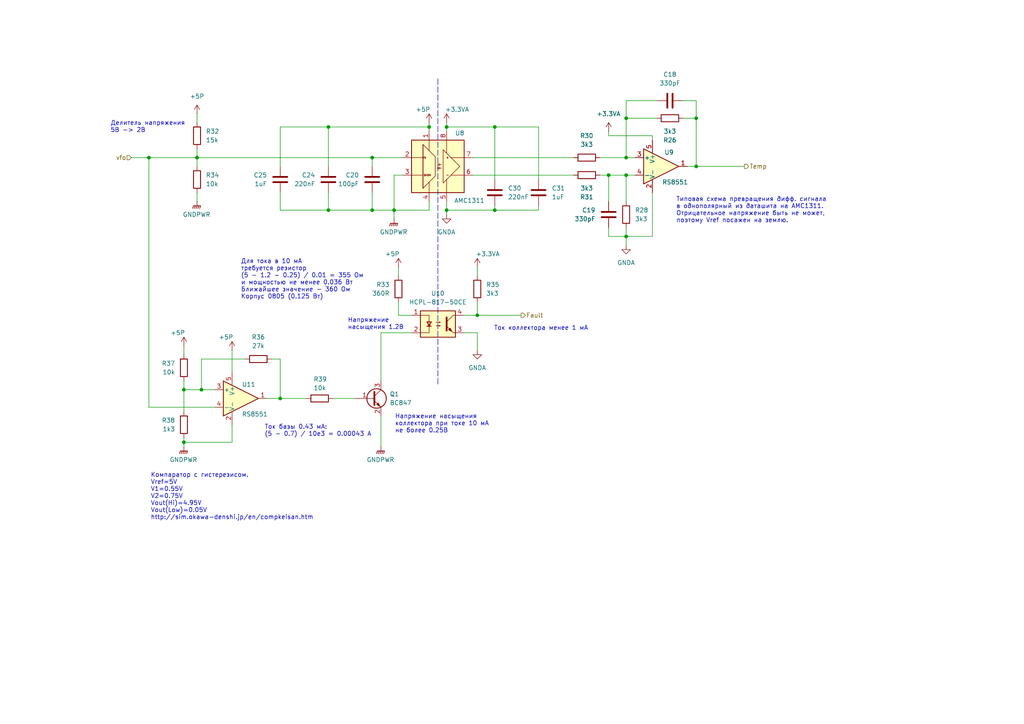
<source format=kicad_sch>
(kicad_sch (version 20231120) (generator "eeschema") (generator_version "8.0")
  (paper "A4")
  (lib_symbols
    (symbol "Device:C" (pin_numbers hide) (pin_names (offset 0.254))
      (property "Reference" "C" (at 0.635 2.54 0))
      (property "Value" "C" (at 0.635 -2.54 0))
      (symbol "C_0_1"
        (polyline (pts (xy -2.032 -0.762) (xy 2.032 -0.762)) (stroke (width 0.508)))
        (polyline (pts (xy -2.032 0.762) (xy 2.032 0.762)) (stroke (width 0.508)))
      )
      (symbol "C_1_1"
        (pin passive line (at 0 3.81 270) (length 2.794) (name "~") (number "1"))
        (pin passive line (at 0 -3.81 90) (length 2.794) (name "~") (number "2"))
      )
    )
    (symbol "Device:R" (pin_numbers hide) (pin_names (offset 0))
      (property "Reference" "R" (at 2.032 0 90))
      (property "Value" "R" (at 0 0 90))
      (symbol "R_0_1"
        (rectangle (start -1.016 -2.54) (end 1.016 2.54) (stroke (width 0.254)))
      )
      (symbol "R_1_1"
        (pin passive line (at 0 3.81 270) (length 1.27) (name "~") (number "1"))
        (pin passive line (at 0 -3.81 90) (length 1.27) (name "~") (number "2"))
      )
    )
    (symbol "Isolator:PC817" (pin_names (offset 1.016))
      (property "Reference" "U" (at -5.08 5.08 0))
      (property "Value" "PC817" (at 0 5.08 0))
      (symbol "PC817_0_1"
        (rectangle (start -5.08 3.81) (end 5.08 -3.81) (stroke (width 0.254)) (fill (type background)))
        (polyline (pts (xy -3.175 -0.635) (xy -1.905 -0.635)) (stroke (width 0.254)))
        (polyline (pts (xy 2.54 0.635) (xy 4.445 2.54)))
        (polyline (pts (xy 4.445 -2.54) (xy 2.54 -0.635)) (fill (type outline)))
        (polyline (pts (xy 4.445 -2.54) (xy 5.08 -2.54)))
        (polyline (pts (xy 4.445 2.54) (xy 5.08 2.54)))
        (polyline (pts (xy -5.08 2.54) (xy -2.54 2.54) (xy -2.54 -0.635)))
        (polyline (pts (xy -2.54 -0.635) (xy -2.54 -2.54) (xy -5.08 -2.54)))
        (polyline (pts (xy 2.54 1.905) (xy 2.54 -1.905) (xy 2.54 -1.905)) (stroke (width 0.508)))
        (polyline (pts (xy -2.54 -0.635) (xy -3.175 0.635) (xy -1.905 0.635) (xy -2.54 -0.635)) (stroke (width 0.254)))
        (polyline (pts (xy -0.508 -0.508) (xy 0.762 -0.508) (xy 0.381 -0.635) (xy 0.381 -0.381) (xy 0.762 -0.508)))
        (polyline (pts (xy -0.508 0.508) (xy 0.762 0.508) (xy 0.381 0.381) (xy 0.381 0.635) (xy 0.762 0.508)))
        (polyline (pts (xy 3.048 -1.651) (xy 3.556 -1.143) (xy 4.064 -2.159) (xy 3.048 -1.651) (xy 3.048 -1.651)) (fill (type outline)))
      )
      (symbol "PC817_1_1"
        (pin passive line (at -7.62 2.54 0) (length 2.54) (name "~") (number "1"))
        (pin passive line (at -7.62 -2.54 0) (length 2.54) (name "~") (number "2"))
        (pin passive line (at 7.62 -2.54 180) (length 2.54) (name "~") (number "3"))
        (pin passive line (at 7.62 2.54 180) (length 2.54) (name "~") (number "4"))
      )
    )
    (symbol "Transistor_BJT:BC847" (pin_names (offset 0) hide)
      (property "Reference" "Q" (at 5.08 1.905 0))
      (property "Value" "BC847" (at 5.08 0 0))
      (symbol "BC847_0_1"
        (polyline (pts (xy 0.635 0.635) (xy 2.54 2.54)))
        (polyline (pts (xy 0.635 -0.635) (xy 2.54 -2.54) (xy 2.54 -2.54)))
        (polyline (pts (xy 0.635 1.905) (xy 0.635 -1.905) (xy 0.635 -1.905)) (stroke (width 0.508)))
        (polyline (pts (xy 1.27 -1.778) (xy 1.778 -1.27) (xy 2.286 -2.286) (xy 1.27 -1.778) (xy 1.27 -1.778)) (fill (type outline)))
        (circle (center 1.27 0) (radius 2.8194) (stroke (width 0.254)))
      )
      (symbol "BC847_1_1"
        (pin input line (at -5.08 0 0) (length 5.715) (name "B") (number "1"))
        (pin passive line (at 2.54 -5.08 90) (length 2.54) (name "E") (number "2"))
        (pin passive line (at 2.54 5.08 270) (length 2.54) (name "C") (number "3"))
      )
    )
    (symbol "main:AMC1311" (pin_names (offset 0) hide)
      (property "Reference" "U" (at -5.08 10.795 0))
      (property "Value" "AMC1311" (at -5.08 8.89 0))
      (symbol "AMC1311_0_0"
        (polyline (pts (xy -7.62 -2.54) (xy -4.318 -2.54)))
        (text "IN" (at -3.81 2.54 0) (effects (font (size 0.508 0.508))))
        (text "SHDN" (at -3.048 -2.54 0) (effects (font (size 0.508 0.508))))
      )
      (symbol "AMC1311_0_1"
        (rectangle (start -7.62 7.62) (end 7.62 -7.62) (stroke (width 0.254)) (fill (type background)))
        (polyline (pts (xy -7.62 2.54) (xy -4.318 2.54)))
        (polyline (pts (xy -4.318 6.35) (xy -4.318 -6.35)))
        (polyline (pts (xy -2.54 -7.62) (xy -2.54 -4.572)))
        (polyline (pts (xy -2.54 7.62) (xy -2.54 4.572)))
        (polyline (pts (xy 0.254 -0.508) (xy -0.254 -0.508)))
        (polyline (pts (xy 0.254 -0.254) (xy 0.254 -0.762)))
        (polyline (pts (xy 0.254 0.508) (xy -0.254 0.508)))
        (polyline (pts (xy 0.254 0.762) (xy 0.254 0.254)))
        (polyline (pts (xy 0.508 -0.508) (xy 1.016 -0.508)))
        (polyline (pts (xy 0.508 -0.254) (xy 0.508 -0.762)))
        (polyline (pts (xy 0.508 0.508) (xy 1.016 0.508)))
        (polyline (pts (xy 0.508 0.762) (xy 0.508 0.254)))
        (polyline (pts (xy 2.54 -7.62) (xy 2.54 -3.81)))
        (polyline (pts (xy 2.54 7.62) (xy 2.54 3.81)))
        (polyline (pts (xy 2.794 2.794) (xy 2.794 2.286)))
        (polyline (pts (xy 3.048 -2.54) (xy 2.54 -2.54)))
        (polyline (pts (xy 3.048 2.54) (xy 2.54 2.54)))
        (polyline (pts (xy 7.62 -2.54) (xy 3.81 -2.54)))
        (polyline (pts (xy 7.62 2.54) (xy 3.81 2.54)))
        (polyline (pts (xy 6.35 0) (xy 1.524 -4.826) (xy 1.524 4.826) (xy 6.35 0)))
        (polyline (pts (xy -4.318 -6.35) (xy -0.762 -2.794) (xy -0.762 2.794) (xy -4.318 6.35) (xy -4.318 -6.35)))
      )
      (symbol "AMC1311_1_1"
        (pin power_in line (at -2.54 10.16 270) (length 2.54) (name "VDD1") (number "1"))
        (pin input line (at -10.16 2.54 0) (length 2.54) (name "IN") (number "2"))
        (pin input line (at -10.16 -2.54 0) (length 2.54) (name "IN-") (number "3"))
        (pin power_in line (at -2.54 -10.16 90) (length 2.54) (name "GND1") (number "4"))
        (pin power_in line (at 2.54 -10.16 90) (length 2.54) (name "GND2") (number "5"))
        (pin output line (at 10.16 -2.54 180) (length 2.54) (name "OUT-") (number "6"))
        (pin output line (at 10.16 2.54 180) (length 2.54) (name "OUT+") (number "7"))
        (pin power_in line (at 2.54 10.16 270) (length 2.54) (name "VDD2") (number "8"))
      )
    )
    (symbol "main:RS8551" (pin_names (offset 0.127))
      (property "Reference" "U" (at 0 5.08 0))
      (property "Value" "RS8551" (at 0 -5.08 0))
      (symbol "RS8551_0_1"
        (polyline (pts (xy -5.08 5.08) (xy 5.08 0) (xy -5.08 -5.08) (xy -5.08 5.08)) (stroke (width 0.254)) (fill (type background)))
        (pin power_in line (at -2.54 -7.62 90) (length 3.81) (name "V-") (number "2"))
        (pin power_in line (at -2.54 7.62 270) (length 3.81) (name "V+") (number "5"))
      )
      (symbol "RS8551_1_1"
        (pin output line (at 7.62 0 180) (length 2.54) (name "~") (number "1"))
        (pin input line (at -7.62 2.54 0) (length 2.54) (name "+") (number "3"))
        (pin input line (at -7.62 -2.54 0) (length 2.54) (name "-") (number "4"))
      )
    )
    (symbol "power:+3.3VA" (power) (pin_numbers hide) (pin_names (offset 0) hide)
      (property "Value" "+3.3VA" (at 0 3.556 0))
      (symbol "+3.3VA_0_1"
        (polyline (pts (xy -0.762 1.27) (xy 0 2.54)))
        (polyline (pts (xy 0 0) (xy 0 2.54)))
        (polyline (pts (xy 0 2.54) (xy 0.762 1.27)))
      )
      (symbol "+3.3VA_1_1"
        (pin power_in line (at 0 0 90) (length 0) (name "~") (number "1"))
      )
    )
    (symbol "power:+5P" (power) (pin_numbers hide) (pin_names (offset 0) hide)
      (property "Value" "+5P" (at 0 3.556 0))
      (symbol "+5P_0_1"
        (polyline (pts (xy -0.762 1.27) (xy 0 2.54)))
        (polyline (pts (xy 0 0) (xy 0 2.54)))
        (polyline (pts (xy 0 2.54) (xy 0.762 1.27)))
      )
      (symbol "+5P_1_1"
        (pin power_in line (at 0 0 90) (length 0) (name "~") (number "1"))
      )
    )
    (symbol "power:GNDA" (power) (pin_numbers hide) (pin_names (offset 0) hide)
      (property "Value" "GNDA" (at 0 -3.81 0))
      (symbol "GNDA_0_1"
        (polyline (pts (xy 0 0) (xy 0 -1.27) (xy 1.27 -1.27) (xy 0 -2.54) (xy -1.27 -1.27) (xy 0 -1.27)))
      )
      (symbol "GNDA_1_1"
        (pin power_in line (at 0 0 270) (length 0) (name "~") (number "1"))
      )
    )
    (symbol "power:GNDPWR" (power) (pin_numbers hide) (pin_names (offset 0) hide)
      (property "Value" "GNDPWR" (at 0 -3.302 0))
      (symbol "GNDPWR_0_1"
        (polyline (pts (xy 0 -1.27) (xy 0 0)))
        (polyline (pts (xy -1.016 -1.27) (xy -1.27 -2.032) (xy -1.27 -2.032)) (stroke (width 0.2032)))
        (polyline (pts (xy -0.508 -1.27) (xy -0.762 -2.032) (xy -0.762 -2.032)) (stroke (width 0.2032)))
        (polyline (pts (xy 0 -1.27) (xy -0.254 -2.032) (xy -0.254 -2.032)) (stroke (width 0.2032)))
        (polyline (pts (xy 0.508 -1.27) (xy 0.254 -2.032) (xy 0.254 -2.032)) (stroke (width 0.2032)))
        (polyline (pts (xy 1.016 -1.27) (xy -1.016 -1.27) (xy -1.016 -1.27)) (stroke (width 0.2032)))
        (polyline (pts (xy 1.016 -1.27) (xy 0.762 -2.032) (xy 0.762 -2.032) (xy 0.762 -2.032)) (stroke (width 0.2032)))
      )
      (symbol "GNDPWR_1_1"
        (pin power_in line (at 0 0 270) (length 0) (name "~") (number "1"))
      )
    )
  )
  (junction (at 43.18 45.72))
  (junction (at 143.51 60.96))
  (junction (at 57.15 45.72))
  (junction (at 58.42 113.03))
  (junction (at 124.46 36.83))
  (junction (at 129.54 36.83))
  (junction (at 176.53 50.8))
  (junction (at 201.93 48.26))
  (junction (at 201.93 34.29))
  (junction (at 114.3 60.96))
  (junction (at 95.25 60.96))
  (junction (at 143.51 36.83))
  (junction (at 181.61 68.58))
  (junction (at 81.28 115.57))
  (junction (at 95.25 36.83))
  (junction (at 107.95 60.96))
  (junction (at 129.54 60.96))
  (junction (at 53.34 128.27))
  (junction (at 181.61 34.29))
  (junction (at 53.34 113.03))
  (junction (at 181.61 45.72))
  (junction (at 138.43 91.44))
  (junction (at 107.95 45.72))
  (junction (at 181.61 50.8))
  (wire (pts (xy 138.43 91.44) (xy 151.13 91.44)))
  (wire (pts (xy 119.38 91.44) (xy 115.57 91.44)))
  (wire (pts (xy 124.46 35.56) (xy 124.46 36.83)))
  (wire (pts (xy 53.34 113.03) (xy 53.34 119.38)))
  (wire (pts (xy 114.3 60.96) (xy 114.3 63.5)))
  (wire (pts (xy 143.51 60.96) (xy 129.54 60.96)))
  (wire (pts (xy 176.53 38.1) (xy 176.53 39.37)))
  (wire (pts (xy 81.28 55.88) (xy 81.28 60.96)))
  (wire (pts (xy 53.34 127) (xy 53.34 128.27)))
  (wire (pts (xy 143.51 36.83) (xy 129.54 36.83)))
  (wire (pts (xy 53.34 110.49) (xy 53.34 113.03)))
  (wire (pts (xy 81.28 60.96) (xy 95.25 60.96)))
  (wire (pts (xy 110.49 96.52) (xy 119.38 96.52)))
  (wire (pts (xy 67.31 128.27) (xy 53.34 128.27)))
  (wire (pts (xy 138.43 96.52) (xy 138.43 101.6)))
  (wire (pts (xy 67.31 101.6) (xy 67.31 107.95)))
  (wire (pts (xy 176.53 68.58) (xy 181.61 68.58)))
  (wire (pts (xy 156.21 59.69) (xy 156.21 60.96)))
  (wire (pts (xy 38.1 45.72) (xy 43.18 45.72)))
  (wire (pts (xy 156.21 36.83) (xy 143.51 36.83)))
  (polyline (pts (xy 127 22.86) (xy 127 111.76)) (stroke (width 0) (type dash)))
  (wire (pts (xy 115.57 77.47) (xy 115.57 80.01)))
  (wire (pts (xy 110.49 96.52) (xy 110.49 110.49)))
  (wire (pts (xy 58.42 104.14) (xy 58.42 113.03)))
  (wire (pts (xy 181.61 66.04) (xy 181.61 68.58)))
  (wire (pts (xy 138.43 77.47) (xy 138.43 80.01)))
  (wire (pts (xy 57.15 55.88) (xy 57.15 58.42)))
  (wire (pts (xy 115.57 91.44) (xy 115.57 87.63)))
  (wire (pts (xy 53.34 100.33) (xy 53.34 102.87)))
  (wire (pts (xy 181.61 50.8) (xy 181.61 58.42)))
  (wire (pts (xy 95.25 36.83) (xy 124.46 36.83)))
  (wire (pts (xy 57.15 45.72) (xy 107.95 45.72)))
  (wire (pts (xy 189.23 39.37) (xy 176.53 39.37)))
  (wire (pts (xy 138.43 87.63) (xy 138.43 91.44)))
  (wire (pts (xy 107.95 55.88) (xy 107.95 60.96)))
  (wire (pts (xy 189.23 55.88) (xy 189.23 68.58)))
  (wire (pts (xy 67.31 123.19) (xy 67.31 128.27)))
  (wire (pts (xy 81.28 104.14) (xy 81.28 115.57)))
  (wire (pts (xy 198.12 29.21) (xy 201.93 29.21)))
  (wire (pts (xy 53.34 128.27) (xy 53.34 129.54)))
  (wire (pts (xy 116.84 45.72) (xy 107.95 45.72)))
  (wire (pts (xy 173.99 45.72) (xy 181.61 45.72)))
  (wire (pts (xy 114.3 50.8) (xy 116.84 50.8)))
  (wire (pts (xy 134.62 96.52) (xy 138.43 96.52)))
  (wire (pts (xy 78.74 104.14) (xy 81.28 104.14)))
  (wire (pts (xy 176.53 66.04) (xy 176.53 68.58)))
  (wire (pts (xy 143.51 59.69) (xy 143.51 60.96)))
  (wire (pts (xy 198.12 34.29) (xy 201.93 34.29)))
  (wire (pts (xy 43.18 45.72) (xy 43.18 118.11)))
  (wire (pts (xy 137.16 50.8) (xy 166.37 50.8)))
  (wire (pts (xy 156.21 52.07) (xy 156.21 36.83)))
  (wire (pts (xy 181.61 68.58) (xy 181.61 71.12)))
  (wire (pts (xy 173.99 50.8) (xy 176.53 50.8)))
  (wire (pts (xy 57.15 45.72) (xy 57.15 48.26)))
  (wire (pts (xy 189.23 40.64) (xy 189.23 39.37)))
  (wire (pts (xy 81.28 36.83) (xy 95.25 36.83)))
  (wire (pts (xy 129.54 58.42) (xy 129.54 60.96)))
  (wire (pts (xy 129.54 36.83) (xy 129.54 38.1)))
  (wire (pts (xy 201.93 48.26) (xy 215.9 48.26)))
  (wire (pts (xy 176.53 50.8) (xy 181.61 50.8)))
  (wire (pts (xy 107.95 45.72) (xy 107.95 48.26)))
  (wire (pts (xy 137.16 45.72) (xy 166.37 45.72)))
  (wire (pts (xy 53.34 113.03) (xy 58.42 113.03)))
  (wire (pts (xy 190.5 29.21) (xy 181.61 29.21)))
  (wire (pts (xy 143.51 52.07) (xy 143.51 36.83)))
  (wire (pts (xy 124.46 36.83) (xy 124.46 38.1)))
  (wire (pts (xy 110.49 120.65) (xy 110.49 129.54)))
  (wire (pts (xy 181.61 29.21) (xy 181.61 34.29)))
  (wire (pts (xy 124.46 60.96) (xy 114.3 60.96)))
  (wire (pts (xy 201.93 34.29) (xy 201.93 48.26)))
  (wire (pts (xy 107.95 60.96) (xy 114.3 60.96)))
  (wire (pts (xy 129.54 35.56) (xy 129.54 36.83)))
  (wire (pts (xy 81.28 115.57) (xy 88.9 115.57)))
  (wire (pts (xy 199.39 48.26) (xy 201.93 48.26)))
  (wire (pts (xy 43.18 118.11) (xy 62.23 118.11)))
  (wire (pts (xy 77.47 115.57) (xy 81.28 115.57)))
  (wire (pts (xy 184.15 45.72) (xy 181.61 45.72)))
  (wire (pts (xy 189.23 68.58) (xy 181.61 68.58)))
  (wire (pts (xy 95.25 55.88) (xy 95.25 60.96)))
  (wire (pts (xy 43.18 45.72) (xy 57.15 45.72)))
  (wire (pts (xy 181.61 34.29) (xy 181.61 45.72)))
  (wire (pts (xy 57.15 43.18) (xy 57.15 45.72)))
  (wire (pts (xy 95.25 48.26) (xy 95.25 36.83)))
  (wire (pts (xy 81.28 48.26) (xy 81.28 36.83)))
  (wire (pts (xy 58.42 113.03) (xy 62.23 113.03)))
  (wire (pts (xy 176.53 50.8) (xy 176.53 58.42)))
  (wire (pts (xy 71.12 104.14) (xy 58.42 104.14)))
  (wire (pts (xy 57.15 33.02) (xy 57.15 35.56)))
  (wire (pts (xy 95.25 60.96) (xy 107.95 60.96)))
  (wire (pts (xy 184.15 50.8) (xy 181.61 50.8)))
  (wire (pts (xy 129.54 60.96) (xy 129.54 62.23)))
  (wire (pts (xy 181.61 34.29) (xy 190.5 34.29)))
  (wire (pts (xy 124.46 58.42) (xy 124.46 60.96)))
  (wire (pts (xy 138.43 91.44) (xy 134.62 91.44)))
  (wire (pts (xy 201.93 29.21) (xy 201.93 34.29)))
  (wire (pts (xy 114.3 60.96) (xy 114.3 50.8)))
  (wire (pts (xy 96.52 115.57) (xy 102.87 115.57)))
  (wire (pts (xy 143.51 60.96) (xy 156.21 60.96)))
  (text "Ток базы 0.43 мА:\n(5 - 0.7) / 10e3 = 0.00043 A" (at 76.708 124.968 0) (effects (font (size 1.27 1.27)) (justify left)))
  (text "Компаратор с гистерезисом.\nVref=5V\nV1=0.55V\nV2=0.75V\nVout(Hi)=4.95V\nVout(Low)=0.05V\nhttp://sim.okawa-denshi.jp/en/compkeisan.htm" (at 43.688 144.018 0) (effects (font (size 1.27 1.27)) (justify left)))
  (text "Типовая схема превращения дифф. сигнала\nв однополярный из даташита на AMC1311.\nОтрицательное напряжение быть не может,\nпоэтому Vref посажен на землю." (at 196.088 60.96 0) (effects (font (size 1.27 1.27)) (justify left)))
  (text "Для тока в 10 мА\nтребуется резистор\n(5 - 1.2 - 0.25) / 0.01 = 355 Ом\nи мощностью не менее 0.036 Вт\nБлижайшее значение - 360 Ом\nКорпус 0805 (0.125 Вт)" (at 69.85 81.026 0) (effects (font (size 1.27 1.27)) (justify left)))
  (text "Делитель напряжения\n5В -> 2В" (at 32.004 36.83 0) (effects (font (size 1.27 1.27)) (justify left)))
  (text "Ток коллектора менее 1 мА" (at 143.256 95.25 0) (effects (font (size 1.27 1.27)) (justify left)))
  (text "Напряжение\nнасыщения 1.2В" (at 100.838 93.98 0) (effects (font (size 1.27 1.27)) (justify left)))
  (text "Напряжение насыщения\nколлектора при токе 10 мА\nне более 0.25В" (at 114.554 122.936 0) (effects (font (size 1.27 1.27)) (justify left)))
  (hierarchical_label "Temp" (shape output) (at 215.9 48.26 0))
  (hierarchical_label "vfo" (shape input) (at 38.1 45.72 180))
  (hierarchical_label "Fault" (shape output) (at 151.13 91.44 0))
  (symbol (lib_id "power:+3.3VA") (at 176.53 38.1 0) (unit 1)
    (property "Reference" "#PWR15" (effects (hide yes)))
    (property "Value" "+3.3VA" (at 176.53 33.02 0))
    (property "Description" "Power symbol creates a global label with name \"+3.3VA\"" (effects (hide yes)))
  )
  (symbol (lib_id "Device:C") (at 143.51 55.88 0) (unit 1)
    (property "Reference" "C30" (at 147.32 54.6099 0) (effects (justify left)))
    (property "Value" "220nF" (at 147.32 57.1499 0) (effects (justify left)))
    (property "Footprint" "Capacitor_SMD:C_0805_2012Metric" (effects (hide yes)))
    (property "Description" "Unpolarized capacitor" (effects (hide yes)))
  )
  (symbol (lib_id "power:GNDPWR") (at 110.49 129.54 0) (unit 1)
    (property "Reference" "#PWR27" (effects (hide yes)))
    (property "Value" "GNDPWR" (at 110.363 133.35 0))
    (property "Description" "Power symbol creates a global label with name \"GNDPWR\" , global ground" (effects (hide yes)))
  )
  (symbol (lib_id "Device:R") (at 92.71 115.57 90) (mirror x) (unit 1)
    (property "Reference" "R39" (at 90.932 109.982 90) (effects (justify right)))
    (property "Value" "10k" (at 90.932 112.522 90) (effects (justify right)))
    (property "Footprint" "Resistor_SMD:R_0805_2012Metric" (effects (hide yes)))
    (property "Description" "Resistor" (effects (hide yes)))
  )
  (symbol (lib_id "Device:R") (at 194.31 34.29 90) (mirror x) (unit 1)
    (property "Reference" "R26" (at 194.31 40.64 90))
    (property "Value" "3k3" (at 194.31 38.1 90))
    (property "Footprint" "Resistor_SMD:R_0805_2012Metric" (effects (hide yes)))
    (property "Description" "Resistor" (effects (hide yes)))
  )
  (symbol (lib_id "main:RS8551") (at 69.85 115.57 0) (unit 1)
    (property "Reference" "U11" (at 72.136 111.506 0))
    (property "Value" "RS8551" (at 73.914 120.142 0))
    (property "Footprint" "Package_TO_SOT_SMD:TSOT-23-5" (effects (hide yes)))
    (property "Datasheet" "https://www.run-ic.com/en/details/9/11.html" (effects (hide yes)))
    (property "Description" "The RS8551,RS8552,RS8554,RS8553(dual version &shutdown)series of CMOS operational amplifiers use auto-zero techniques to simultaneously provide very low offset voltage (5μV max) and near-zero drift over time and temperature. This family of amplifiers has ultralow noise, offset and power." (effects (hide yes)))
  )
  (symbol (lib_id "Device:R") (at 57.15 52.07 180) (unit 1)
    (property "Reference" "R34" (at 59.69 50.7999 0) (effects (justify right)))
    (property "Value" "10k" (at 59.69 53.3399 0) (effects (justify right)))
    (property "Footprint" "Resistor_SMD:R_0805_2012Metric" (effects (hide yes)))
    (property "Description" "Resistor" (effects (hide yes)))
  )
  (symbol (lib_id "power:GNDA") (at 181.61 71.12 0) (unit 1)
    (property "Reference" "#PWR16" (effects (hide yes)))
    (property "Value" "GNDA" (at 181.61 76.2 0))
    (property "Description" "Power symbol creates a global label with name \"GNDA\" , analog ground" (effects (hide yes)))
  )
  (symbol (lib_id "power:GNDA") (at 138.43 101.6 0) (unit 1)
    (property "Reference" "#PWR24" (effects (hide yes)))
    (property "Value" "GNDA" (at 138.43 106.68 0))
    (property "Description" "Power symbol creates a global label with name \"GNDA\" , analog ground" (effects (hide yes)))
  )
  (symbol (lib_id "main:RS8551") (at 191.77 48.26 0) (unit 1)
    (property "Reference" "U9" (at 194.056 44.196 0))
    (property "Value" "RS8551" (at 195.834 52.832 0))
    (property "Footprint" "Package_TO_SOT_SMD:TSOT-23-5" (effects (hide yes)))
    (property "Datasheet" "https://www.run-ic.com/en/details/9/11.html" (effects (hide yes)))
    (property "Description" "The RS8551,RS8552,RS8554,RS8553(dual version &shutdown)series of CMOS operational amplifiers use auto-zero techniques to simultaneously provide very low offset voltage (5μV max) and near-zero drift over time and temperature. This family of amplifiers has ultralow noise, offset and power." (effects (hide yes)))
  )
  (symbol (lib_id "Device:R") (at 170.18 50.8 270) (mirror x) (unit 1)
    (property "Reference" "R31" (at 170.18 57.15 90))
    (property "Value" "3k3" (at 170.18 54.61 90))
    (property "Footprint" "Resistor_SMD:R_0805_2012Metric" (effects (hide yes)))
    (property "Description" "Resistor" (effects (hide yes)))
  )
  (symbol (lib_id "Isolator:PC817") (at 127 93.98 0) (unit 1)
    (property "Reference" "U10" (at 127 85.09 0))
    (property "Value" "HCPL-817-50CE" (at 127 87.63 0))
    (property "Footprint" "Package_DIP:SMDIP-4_W7.62mm" (effects (hide yes)))
    (property "Datasheet" "https://doc.platan.ru/pdf/datasheets/broadcom_avago/HCPL-817.pdf" (effects (hide yes)))
    (property "Description" "DC Optocoupler, Vce 70V, CTR 200-400%, SMDIP-4" (effects (hide yes)))
  )
  (symbol (lib_id "Device:R") (at 53.34 106.68 0) (mirror x) (unit 1)
    (property "Reference" "R37" (at 50.8 105.4099 0) (effects (justify right)))
    (property "Value" "10k" (at 50.8 107.9499 0) (effects (justify right)))
    (property "Footprint" "Resistor_SMD:R_0805_2012Metric" (effects (hide yes)))
    (property "Description" "Resistor" (effects (hide yes)))
  )
  (symbol (lib_id "Device:R") (at 57.15 39.37 180) (unit 1)
    (property "Reference" "R32" (at 59.69 38.0999 0) (effects (justify right)))
    (property "Value" "15k" (at 59.69 40.6399 0) (effects (justify right)))
    (property "Footprint" "Resistor_SMD:R_0805_2012Metric" (effects (hide yes)))
    (property "Description" "Resistor" (effects (hide yes)))
  )
  (symbol (lib_id "Device:C") (at 95.25 52.07 0) (mirror y) (unit 1)
    (property "Reference" "C24" (at 91.44 50.7999 0) (effects (justify left)))
    (property "Value" "220nF" (at 91.44 53.3399 0) (effects (justify left)))
    (property "Footprint" "Capacitor_SMD:C_0805_2012Metric" (effects (hide yes)))
    (property "Description" "Unpolarized capacitor" (effects (hide yes)))
  )
  (symbol (lib_id "Device:C") (at 107.95 52.07 0) (mirror x) (unit 1)
    (property "Reference" "C20" (at 104.14 50.7999 0) (effects (justify right)))
    (property "Value" "100pF" (at 104.14 53.3399 0) (effects (justify right)))
    (property "Footprint" "Capacitor_SMD:C_0805_2012Metric" (effects (hide yes)))
    (property "Description" "Unpolarized capacitor" (effects (hide yes)))
  )
  (symbol (lib_id "power:GNDA") (at 129.54 62.23 0) (unit 1)
    (property "Reference" "#PWR13" (effects (hide yes)))
    (property "Value" "GNDA" (at 129.54 67.31 0))
    (property "Description" "Power symbol creates a global label with name \"GNDA\" , analog ground" (effects (hide yes)))
  )
  (symbol (lib_id "Device:C") (at 176.53 62.23 0) (mirror x) (unit 1)
    (property "Reference" "C19" (at 172.72 60.9599 0) (effects (justify right)))
    (property "Value" "330pF" (at 172.72 63.4999 0) (effects (justify right)))
    (property "Footprint" "Capacitor_SMD:C_0805_2012Metric" (effects (hide yes)))
    (property "Description" "Unpolarized capacitor" (effects (hide yes)))
  )
  (symbol (lib_id "power:GNDPWR") (at 57.15 58.42 0) (unit 1)
    (property "Reference" "#PWR18" (effects (hide yes)))
    (property "Value" "GNDPWR" (at 57.023 62.23 0))
    (property "Description" "Power symbol creates a global label with name \"GNDPWR\" , global ground" (effects (hide yes)))
  )
  (symbol (lib_id "power:GNDPWR") (at 114.3 63.5 0) (unit 1)
    (property "Reference" "#PWR17" (effects (hide yes)))
    (property "Value" "GNDPWR" (at 114.173 67.31 0))
    (property "Description" "Power symbol creates a global label with name \"GNDPWR\" , global ground" (effects (hide yes)))
  )
  (symbol (lib_id "Device:R") (at 170.18 45.72 90) (unit 1)
    (property "Reference" "R30" (at 170.18 39.37 90))
    (property "Value" "3k3" (at 170.18 41.91 90))
    (property "Footprint" "Resistor_SMD:R_0805_2012Metric" (effects (hide yes)))
    (property "Description" "Resistor" (effects (hide yes)))
  )
  (symbol (lib_id "Device:R") (at 138.43 83.82 180) (unit 1)
    (property "Reference" "R35" (at 140.97 82.5499 0) (effects (justify right)))
    (property "Value" "3k3" (at 140.97 85.0899 0) (effects (justify right)))
    (property "Footprint" "Resistor_SMD:R_0805_2012Metric" (effects (hide yes)))
    (property "Description" "Resistor" (effects (hide yes)))
  )
  (symbol (lib_id "power:GNDPWR") (at 53.34 129.54 0) (unit 1)
    (property "Reference" "#PWR26" (effects (hide yes)))
    (property "Value" "GNDPWR" (at 53.213 133.35 0))
    (property "Description" "Power symbol creates a global label with name \"GNDPWR\" , global ground" (effects (hide yes)))
  )
  (symbol (lib_id "power:+5P") (at 57.15 33.02 0) (unit 1)
    (property "Reference" "#PWR19" (effects (hide yes)))
    (property "Value" "+5P" (at 57.15 27.94 0))
    (property "Description" "Power symbol creates a global label with name \"+5P\"" (effects (hide yes)))
  )
  (symbol (lib_id "power:+5P") (at 67.31 101.6 0) (unit 1)
    (property "Reference" "#PWR25" (effects (hide yes)))
    (property "Value" "+5P" (at 65.532 97.79 0))
    (property "Description" "Power symbol creates a global label with name \"+5P\"" (effects (hide yes)))
  )
  (symbol (lib_id "power:+5P") (at 53.34 100.33 0) (unit 1)
    (property "Reference" "#PWR23" (effects (hide yes)))
    (property "Value" "+5P" (at 51.562 96.52 0))
    (property "Description" "Power symbol creates a global label with name \"+5P\"" (effects (hide yes)))
  )
  (symbol (lib_id "Device:R") (at 181.61 62.23 180) (unit 1)
    (property "Reference" "R28" (at 184.15 60.9599 0) (effects (justify right)))
    (property "Value" "3k3" (at 184.15 63.4999 0) (effects (justify right)))
    (property "Footprint" "Resistor_SMD:R_0805_2012Metric" (effects (hide yes)))
    (property "Description" "Resistor" (effects (hide yes)))
  )
  (symbol (lib_id "power:+3.3VA") (at 138.43 77.47 0) (unit 1)
    (property "Reference" "#PWR22" (effects (hide yes)))
    (property "Value" "+3.3VA" (at 141.478 73.66 0))
    (property "Description" "Power symbol creates a global label with name \"+3.3VA\"" (effects (hide yes)))
  )
  (symbol (lib_id "power:+5P") (at 124.46 35.56 0) (unit 1)
    (property "Reference" "#PWR20" (effects (hide yes)))
    (property "Value" "+5P" (at 122.682 31.75 0))
    (property "Description" "Power symbol creates a global label with name \"+5P\"" (effects (hide yes)))
  )
  (symbol (lib_id "Device:C") (at 156.21 55.88 0) (unit 1)
    (property "Reference" "C31" (at 160.02 54.6099 0) (effects (justify left)))
    (property "Value" "1uF" (at 160.02 57.1499 0) (effects (justify left)))
    (property "Footprint" "Capacitor_SMD:C_0805_2012Metric" (effects (hide yes)))
    (property "Description" "Unpolarized capacitor" (effects (hide yes)))
  )
  (symbol (lib_id "main:AMC1311") (at 127 48.26 0) (unit 1)
    (property "Reference" "U8" (at 133.35 38.608 0))
    (property "Value" "AMC1311" (at 136.144 58.166 0))
    (property "Footprint" "Package_SO:SOIC-8_7.5x5.85mm_P1.27mm" (effects (hide yes)))
    (property "Datasheet" "https://cdn.promelec.ru/upload/items/2023/10/17/amc1311.pdf" (effects (hide yes)))
    (property "Description" "The AMC1311 is a precision, isolated amplifier with an output separated from the input circuitry by a capacitive isolation barrier that is highly resistant to magnetic interference." (effects (hide yes)))
  )
  (symbol (lib_id "power:+3.3VA") (at 129.54 35.56 0) (unit 1)
    (property "Reference" "#PWR14" (effects (hide yes)))
    (property "Value" "+3.3VA" (at 132.588 31.75 0))
    (property "Description" "Power symbol creates a global label with name \"+3.3VA\"" (effects (hide yes)))
  )
  (symbol (lib_id "Device:C") (at 81.28 52.07 0) (mirror y) (unit 1)
    (property "Reference" "C25" (at 77.47 50.7999 0) (effects (justify left)))
    (property "Value" "1uF" (at 77.47 53.3399 0) (effects (justify left)))
    (property "Footprint" "Capacitor_SMD:C_0805_2012Metric" (effects (hide yes)))
    (property "Description" "Unpolarized capacitor" (effects (hide yes)))
  )
  (symbol (lib_id "Transistor_BJT:BC847") (at 107.95 115.57 0) (unit 1)
    (property "Reference" "Q1" (at 113.03 114.2999 0) (effects (justify left)))
    (property "Value" "BC847" (at 113.03 116.8399 0) (effects (justify left)))
    (property "Footprint" "Package_TO_SOT_SMD:SOT-23" (effects (hide yes)))
    (property "Datasheet" "http://www.infineon.com/dgdl/Infineon-BC847SERIES_BC848SERIES_BC849SERIES_BC850SERIES-DS-v01_01-en.pdf?fileId=db3a304314dca389011541d4630a1657" (effects (hide yes)))
    (property "Description" "0.1A Ic, 45V Vce, NPN Transistor, SOT-23" (effects (hide yes)))
  )
  (symbol (lib_id "Device:R") (at 115.57 83.82 0) (mirror x) (unit 1)
    (property "Reference" "R33" (at 113.03 82.5499 0) (effects (justify right)))
    (property "Value" "360R" (at 113.03 85.0899 0) (effects (justify right)))
    (property "Footprint" "Resistor_SMD:R_0805_2012Metric" (effects (hide yes)))
    (property "Description" "Resistor" (effects (hide yes)))
  )
  (symbol (lib_id "Device:R") (at 74.93 104.14 90) (unit 1)
    (property "Reference" "R36" (at 74.93 97.79 90))
    (property "Value" "27k" (at 74.93 100.33 90))
    (property "Footprint" "Resistor_SMD:R_0805_2012Metric" (effects (hide yes)))
    (property "Description" "Resistor" (effects (hide yes)))
  )
  (symbol (lib_id "Device:C") (at 194.31 29.21 270) (unit 1)
    (property "Reference" "C18" (at 194.31 21.59 90))
    (property "Value" "330pF" (at 194.31 24.13 90))
    (property "Footprint" "Capacitor_SMD:C_0805_2012Metric" (effects (hide yes)))
    (property "Description" "Unpolarized capacitor" (effects (hide yes)))
  )
  (symbol (lib_id "Device:R") (at 53.34 123.19 0) (mirror x) (unit 1)
    (property "Reference" "R38" (at 50.8 121.9199 0) (effects (justify right)))
    (property "Value" "1k3" (at 50.8 124.4599 0) (effects (justify right)))
    (property "Footprint" "Resistor_SMD:R_0805_2012Metric" (effects (hide yes)))
    (property "Description" "Resistor" (effects (hide yes)))
  )
  (symbol (lib_id "power:+5P") (at 115.57 77.47 0) (unit 1)
    (property "Reference" "#PWR21" (effects (hide yes)))
    (property "Value" "+5P" (at 113.792 73.66 0))
    (property "Description" "Power symbol creates a global label with name \"+5P\"" (effects (hide yes)))
  )
)
</source>
